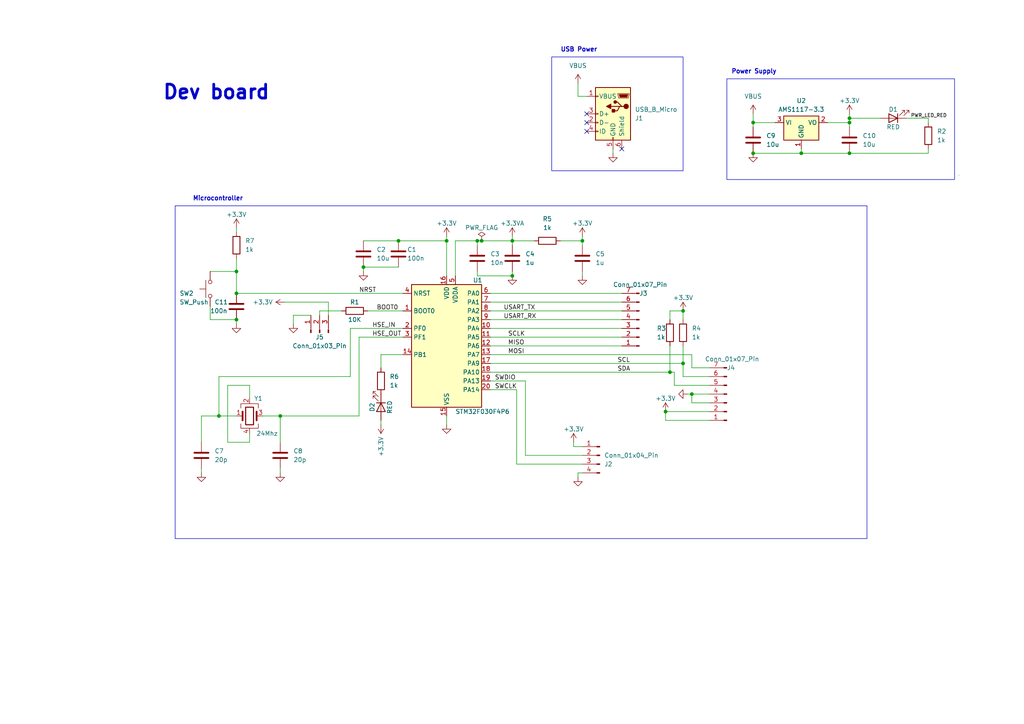
<source format=kicad_sch>
(kicad_sch (version 20230121) (generator eeschema)
  (paper "A4")
  (title_block (title "Dev board") (date "2024-02-27") (rev "0.1") (company "vijay vinayaraj"))
  (lib_symbols
    (symbol "Connector:Conn_01x03_Pin" (pin_names (offset 1.016) hide)
      (property "Reference" "J" (at 0 5.08 0))
      (property "Value" "Conn_01x03_Pin" (at 0 -5.08 0))
      (symbol "Conn_01x03_Pin_1_1"
        (polyline (pts (xy 1.27 -2.54) (xy 0.8636 -2.54)) (stroke (width 0.1524)))
        (polyline (pts (xy 1.27 0) (xy 0.8636 0)) (stroke (width 0.1524)))
        (polyline (pts (xy 1.27 2.54) (xy 0.8636 2.54)) (stroke (width 0.1524)))
        (rectangle (start 0.8636 -2.413) (end 0 -2.667) (stroke (width 0.1524)) (fill (type outline)))
        (rectangle (start 0.8636 0.127) (end 0 -0.127) (stroke (width 0.1524)) (fill (type outline)))
        (rectangle (start 0.8636 2.667) (end 0 2.413) (stroke (width 0.1524)) (fill (type outline)))
        (pin passive line (at 5.08 2.54 180) (length 3.81) (name "Pin_1") (number "1"))
        (pin passive line (at 5.08 0 180) (length 3.81) (name "Pin_2") (number "2"))
        (pin passive line (at 5.08 -2.54 180) (length 3.81) (name "Pin_3") (number "3"))
      )
    )
    (symbol "Connector:Conn_01x04_Pin" (pin_names (offset 1.016) hide)
      (property "Reference" "J" (at 0 5.08 0))
      (property "Value" "Conn_01x04_Pin" (at 0 -7.62 0))
      (symbol "Conn_01x04_Pin_1_1"
        (polyline (pts (xy 1.27 -5.08) (xy 0.8636 -5.08)) (stroke (width 0.1524)))
        (polyline (pts (xy 1.27 -2.54) (xy 0.8636 -2.54)) (stroke (width 0.1524)))
        (polyline (pts (xy 1.27 0) (xy 0.8636 0)) (stroke (width 0.1524)))
        (polyline (pts (xy 1.27 2.54) (xy 0.8636 2.54)) (stroke (width 0.1524)))
        (rectangle (start 0.8636 -4.953) (end 0 -5.207) (stroke (width 0.1524)) (fill (type outline)))
        (rectangle (start 0.8636 -2.413) (end 0 -2.667) (stroke (width 0.1524)) (fill (type outline)))
        (rectangle (start 0.8636 0.127) (end 0 -0.127) (stroke (width 0.1524)) (fill (type outline)))
        (rectangle (start 0.8636 2.667) (end 0 2.413) (stroke (width 0.1524)) (fill (type outline)))
        (pin passive line (at 5.08 2.54 180) (length 3.81) (name "Pin_1") (number "1"))
        (pin passive line (at 5.08 0 180) (length 3.81) (name "Pin_2") (number "2"))
        (pin passive line (at 5.08 -2.54 180) (length 3.81) (name "Pin_3") (number "3"))
        (pin passive line (at 5.08 -5.08 180) (length 3.81) (name "Pin_4") (number "4"))
      )
    )
    (symbol "Connector:Conn_01x07_Pin" (pin_names (offset 1.016) hide)
      (property "Reference" "J" (at 0 10.16 0))
      (property "Value" "Conn_01x07_Pin" (at 0 -10.16 0))
      (symbol "Conn_01x07_Pin_1_1"
        (polyline (pts (xy 1.27 -7.62) (xy 0.8636 -7.62)) (stroke (width 0.1524)))
        (polyline (pts (xy 1.27 -5.08) (xy 0.8636 -5.08)) (stroke (width 0.1524)))
        (polyline (pts (xy 1.27 -2.54) (xy 0.8636 -2.54)) (stroke (width 0.1524)))
        (polyline (pts (xy 1.27 0) (xy 0.8636 0)) (stroke (width 0.1524)))
        (polyline (pts (xy 1.27 2.54) (xy 0.8636 2.54)) (stroke (width 0.1524)))
        (polyline (pts (xy 1.27 5.08) (xy 0.8636 5.08)) (stroke (width 0.1524)))
        (polyline (pts (xy 1.27 7.62) (xy 0.8636 7.62)) (stroke (width 0.1524)))
        (rectangle (start 0.8636 -7.493) (end 0 -7.747) (stroke (width 0.1524)) (fill (type outline)))
        (rectangle (start 0.8636 -4.953) (end 0 -5.207) (stroke (width 0.1524)) (fill (type outline)))
        (rectangle (start 0.8636 -2.413) (end 0 -2.667) (stroke (width 0.1524)) (fill (type outline)))
        (rectangle (start 0.8636 0.127) (end 0 -0.127) (stroke (width 0.1524)) (fill (type outline)))
        (rectangle (start 0.8636 2.667) (end 0 2.413) (stroke (width 0.1524)) (fill (type outline)))
        (rectangle (start 0.8636 5.207) (end 0 4.953) (stroke (width 0.1524)) (fill (type outline)))
        (rectangle (start 0.8636 7.747) (end 0 7.493) (stroke (width 0.1524)) (fill (type outline)))
        (pin passive line (at 5.08 7.62 180) (length 3.81) (name "Pin_1") (number "1"))
        (pin passive line (at 5.08 5.08 180) (length 3.81) (name "Pin_2") (number "2"))
        (pin passive line (at 5.08 2.54 180) (length 3.81) (name "Pin_3") (number "3"))
        (pin passive line (at 5.08 0 180) (length 3.81) (name "Pin_4") (number "4"))
        (pin passive line (at 5.08 -2.54 180) (length 3.81) (name "Pin_5") (number "5"))
        (pin passive line (at 5.08 -5.08 180) (length 3.81) (name "Pin_6") (number "6"))
        (pin passive line (at 5.08 -7.62 180) (length 3.81) (name "Pin_7") (number "7"))
      )
    )
    (symbol "Connector:USB_B_Micro" (pin_names (offset 1.016))
      (property "Reference" "J" (at -5.08 11.43 0))
      (property "Value" "USB_B_Micro" (at -5.08 8.89 0))
      (symbol "USB_B_Micro_0_1"
        (rectangle (start -5.08 -7.62) (end 5.08 7.62) (stroke (width 0.254)) (fill (type background)))
        (circle (center -3.81 2.159) (radius 0.635) (stroke (width 0.254)) (fill (type outline)))
        (circle (center -0.635 3.429) (radius 0.381) (stroke (width 0.254)) (fill (type outline)))
        (rectangle (start -0.127 -7.62) (end 0.127 -6.858))
        (polyline (pts (xy -1.905 2.159) (xy 0.635 2.159)) (stroke (width 0.254)))
        (polyline (pts (xy -3.175 2.159) (xy -2.54 2.159) (xy -1.27 3.429) (xy -0.635 3.429)) (stroke (width 0.254)))
        (polyline (pts (xy -2.54 2.159) (xy -1.905 2.159) (xy -1.27 0.889) (xy 0 0.889)) (stroke (width 0.254)))
        (polyline (pts (xy 0.635 2.794) (xy 0.635 1.524) (xy 1.905 2.159) (xy 0.635 2.794)) (stroke (width 0.254)) (fill (type outline)))
        (polyline (pts (xy -4.318 5.588) (xy -1.778 5.588) (xy -2.032 4.826) (xy -4.064 4.826) (xy -4.318 5.588)) (fill (type outline)))
        (polyline (pts (xy -4.699 5.842) (xy -4.699 5.588) (xy -4.445 4.826) (xy -4.445 4.572) (xy -1.651 4.572) (xy -1.651 4.826) (xy -1.397 5.588) (xy -1.397 5.842) (xy -4.699 5.842)))
        (rectangle (start 0.254 1.27) (end -0.508 0.508) (stroke (width 0.254)) (fill (type outline)))
        (rectangle (start 5.08 -5.207) (end 4.318 -4.953))
        (rectangle (start 5.08 -2.667) (end 4.318 -2.413))
        (rectangle (start 5.08 -0.127) (end 4.318 0.127))
        (rectangle (start 5.08 4.953) (end 4.318 5.207))
      )
      (symbol "USB_B_Micro_1_1"
        (pin power_out line (at 7.62 5.08 180) (length 2.54) (name "VBUS") (number "1"))
        (pin bidirectional line (at 7.62 -2.54 180) (length 2.54) (name "D-") (number "2"))
        (pin bidirectional line (at 7.62 0 180) (length 2.54) (name "D+") (number "3"))
        (pin passive line (at 7.62 -5.08 180) (length 2.54) (name "ID") (number "4"))
        (pin power_out line (at 0 -10.16 90) (length 2.54) (name "GND") (number "5"))
        (pin passive line (at -2.54 -10.16 90) (length 2.54) (name "Shield") (number "6"))
      )
    )
    (symbol "Device:C" (pin_numbers hide) (pin_names (offset 0.254))
      (property "Reference" "C" (at 0.635 2.54 0))
      (property "Value" "C" (at 0.635 -2.54 0))
      (symbol "C_0_1"
        (polyline (pts (xy -2.032 -0.762) (xy 2.032 -0.762)) (stroke (width 0.508)))
        (polyline (pts (xy -2.032 0.762) (xy 2.032 0.762)) (stroke (width 0.508)))
      )
      (symbol "C_1_1"
        (pin passive line (at 0 3.81 270) (length 2.794) (name "~") (number "1"))
        (pin passive line (at 0 -3.81 90) (length 2.794) (name "~") (number "2"))
      )
    )
    (symbol "Device:Crystal_GND24" (pin_names (offset 1.016) hide)
      (property "Reference" "Y" (at 3.175 5.08 0))
      (property "Value" "Crystal_GND24" (at 3.175 3.175 0))
      (symbol "Crystal_GND24_0_1"
        (rectangle (start -1.143 2.54) (end 1.143 -2.54) (stroke (width 0.3048)))
        (polyline (pts (xy -2.54 0) (xy -2.032 0)))
        (polyline (pts (xy -2.032 -1.27) (xy -2.032 1.27)) (stroke (width 0.508)))
        (polyline (pts (xy 0 -3.81) (xy 0 -3.556)))
        (polyline (pts (xy 0 3.556) (xy 0 3.81)))
        (polyline (pts (xy 2.032 -1.27) (xy 2.032 1.27)) (stroke (width 0.508)))
        (polyline (pts (xy 2.032 0) (xy 2.54 0)))
        (polyline (pts (xy -2.54 -2.286) (xy -2.54 -3.556) (xy 2.54 -3.556) (xy 2.54 -2.286)))
        (polyline (pts (xy -2.54 2.286) (xy -2.54 3.556) (xy 2.54 3.556) (xy 2.54 2.286)))
      )
      (symbol "Crystal_GND24_1_1"
        (pin passive line (at -3.81 0 0) (length 1.27) (name "1") (number "1"))
        (pin passive line (at 0 5.08 270) (length 1.27) (name "2") (number "2"))
        (pin passive line (at 3.81 0 180) (length 1.27) (name "3") (number "3"))
        (pin passive line (at 0 -5.08 90) (length 1.27) (name "4") (number "4"))
      )
    )
    (symbol "Device:LED" (pin_numbers hide) (pin_names (offset 1.016) hide)
      (property "Reference" "D" (at 0 2.54 0))
      (property "Value" "LED" (at 0 -2.54 0))
      (symbol "LED_0_1"
        (polyline (pts (xy -1.27 -1.27) (xy -1.27 1.27)) (stroke (width 0.254)))
        (polyline (pts (xy -1.27 0) (xy 1.27 0)))
        (polyline (pts (xy 1.27 -1.27) (xy 1.27 1.27) (xy -1.27 0) (xy 1.27 -1.27)) (stroke (width 0.254)))
        (polyline (pts (xy -3.048 -0.762) (xy -4.572 -2.286) (xy -3.81 -2.286) (xy -4.572 -2.286) (xy -4.572 -1.524)))
        (polyline (pts (xy -1.778 -0.762) (xy -3.302 -2.286) (xy -2.54 -2.286) (xy -3.302 -2.286) (xy -3.302 -1.524)))
      )
      (symbol "LED_1_1"
        (pin passive line (at -3.81 0 0) (length 2.54) (name "K") (number "1"))
        (pin passive line (at 3.81 0 180) (length 2.54) (name "A") (number "2"))
      )
    )
    (symbol "Device:R" (pin_numbers hide) (pin_names (offset 0))
      (property "Reference" "R" (at 2.032 0 90))
      (property "Value" "R" (at 0 0 90))
      (symbol "R_0_1"
        (rectangle (start -1.016 -2.54) (end 1.016 2.54) (stroke (width 0.254)))
      )
      (symbol "R_1_1"
        (pin passive line (at 0 3.81 270) (length 1.27) (name "~") (number "1"))
        (pin passive line (at 0 -3.81 90) (length 1.27) (name "~") (number "2"))
      )
    )
    (symbol "MCU_ST_STM32F0:STM32F030F4Px"
      (property "Reference" "U" (at -10.16 19.05 0))
      (property "Value" "STM32F030F4Px" (at 5.08 19.05 0))
      (symbol "STM32F030F4Px_0_1"
        (rectangle (start -10.16 -17.78) (end 10.16 17.78) (stroke (width 0.254)) (fill (type background)))
      )
      (symbol "STM32F030F4Px_1_1"
        (pin input line (at -12.7 10.16 0) (length 2.54) (name "BOOT0") (number "1"))
        (pin bidirectional line (at 12.7 5.08 180) (length 2.54) (name "PA4") (number "10"))
        (pin bidirectional line (at 12.7 2.54 180) (length 2.54) (name "PA5") (number "11"))
        (pin bidirectional line (at 12.7 0 180) (length 2.54) (name "PA6") (number "12"))
        (pin bidirectional line (at 12.7 -2.54 180) (length 2.54) (name "PA7") (number "13"))
        (pin bidirectional line (at -12.7 -2.54 0) (length 2.54) (name "PB1") (number "14"))
        (pin power_in line (at 0 -20.32 90) (length 2.54) (name "VSS") (number "15"))
        (pin power_in line (at 0 20.32 270) (length 2.54) (name "VDD") (number "16"))
        (pin bidirectional line (at 12.7 -5.08 180) (length 2.54) (name "PA9") (number "17"))
        (pin bidirectional line (at 12.7 -7.62 180) (length 2.54) (name "PA10") (number "18"))
        (pin bidirectional line (at 12.7 -10.16 180) (length 2.54) (name "PA13") (number "19"))
        (pin bidirectional line (at -12.7 5.08 0) (length 2.54) (name "PF0") (number "2"))
        (pin bidirectional line (at 12.7 -12.7 180) (length 2.54) (name "PA14") (number "20"))
        (pin bidirectional line (at -12.7 2.54 0) (length 2.54) (name "PF1") (number "3"))
        (pin input line (at -12.7 15.24 0) (length 2.54) (name "NRST") (number "4"))
        (pin power_in line (at 2.54 20.32 270) (length 2.54) (name "VDDA") (number "5"))
        (pin bidirectional line (at 12.7 15.24 180) (length 2.54) (name "PA0") (number "6"))
        (pin bidirectional line (at 12.7 12.7 180) (length 2.54) (name "PA1") (number "7"))
        (pin bidirectional line (at 12.7 10.16 180) (length 2.54) (name "PA2") (number "8"))
        (pin bidirectional line (at 12.7 7.62 180) (length 2.54) (name "PA3") (number "9"))
      )
    )
    (symbol "Regulator_Linear:AMS1117-3.3"
      (property "Reference" "U" (at -3.81 3.175 0))
      (property "Value" "AMS1117-3.3" (at 0 3.175 0))
      (symbol "AMS1117-3.3_0_1"
        (rectangle (start -5.08 -5.08) (end 5.08 1.905) (stroke (width 0.254)) (fill (type background)))
      )
      (symbol "AMS1117-3.3_1_1"
        (pin power_in line (at 0 -7.62 90) (length 2.54) (name "GND") (number "1"))
        (pin power_out line (at 7.62 0 180) (length 2.54) (name "VO") (number "2"))
        (pin power_in line (at -7.62 0 0) (length 2.54) (name "VI") (number "3"))
      )
    )
    (symbol "Switch:SW_Push" (pin_numbers hide) (pin_names (offset 1.016) hide)
      (property "Reference" "SW" (at 1.27 2.54 0))
      (property "Value" "SW_Push" (at 0 -1.524 0))
      (symbol "SW_Push_0_1"
        (circle (center -2.032 0) (radius 0.508))
        (polyline (pts (xy 0 1.27) (xy 0 3.048)))
        (polyline (pts (xy 2.54 1.27) (xy -2.54 1.27)))
        (circle (center 2.032 0) (radius 0.508))
        (pin passive line (at -5.08 0 0) (length 2.54) (name "1") (number "1"))
        (pin passive line (at 5.08 0 180) (length 2.54) (name "2") (number "2"))
      )
    )
    (symbol "power:+3.3V" (power) (pin_names (offset 0))
      (property "Value" "+3.3V" (at 0 3.556 0))
      (symbol "+3.3V_0_1"
        (polyline (pts (xy -0.762 1.27) (xy 0 2.54)))
        (polyline (pts (xy 0 0) (xy 0 2.54)))
        (polyline (pts (xy 0 2.54) (xy 0.762 1.27)))
      )
      (symbol "+3.3V_1_1"
        (pin power_in line (at 0 0 90) (length 0) hide (name "+3.3V") (number "1"))
      )
    )
    (symbol "power:+3.3VA" (power) (pin_names (offset 0))
      (property "Value" "+3.3VA" (at 0 3.556 0))
      (symbol "+3.3VA_0_1"
        (polyline (pts (xy -0.762 1.27) (xy 0 2.54)))
        (polyline (pts (xy 0 0) (xy 0 2.54)))
        (polyline (pts (xy 0 2.54) (xy 0.762 1.27)))
      )
      (symbol "+3.3VA_1_1"
        (pin power_in line (at 0 0 90) (length 0) hide (name "+3.3VA") (number "1"))
      )
    )
    (symbol "power:GND" (power) (pin_names (offset 0))
      (property "Value" "GND" (at 0 -3.81 0))
      (symbol "GND_0_1"
        (polyline (pts (xy 0 0) (xy 0 -1.27) (xy 1.27 -1.27) (xy 0 -2.54) (xy -1.27 -1.27) (xy 0 -1.27)))
      )
      (symbol "GND_1_1"
        (pin power_in line (at 0 0 270) (length 0) hide (name "GND") (number "1"))
      )
    )
    (symbol "power:PWR_FLAG" (power) (pin_numbers hide) (pin_names (offset 0) hide)
      (property "Value" "PWR_FLAG" (at 0 3.81 0))
      (symbol "PWR_FLAG_0_0"
        (pin power_out line (at 0 0 90) (length 0) (name "pwr") (number "1"))
      )
      (symbol "PWR_FLAG_0_1"
        (polyline (pts (xy 0 0) (xy 0 1.27) (xy -1.016 1.905) (xy 0 2.54) (xy 1.016 1.905) (xy 0 1.27)))
      )
    )
    (symbol "power:VBUS" (power) (pin_names (offset 0))
      (property "Value" "VBUS" (at 0 3.81 0))
      (symbol "VBUS_0_1"
        (polyline (pts (xy -0.762 1.27) (xy 0 2.54)))
        (polyline (pts (xy 0 0) (xy 0 2.54)))
        (polyline (pts (xy 0 2.54) (xy 0.762 1.27)))
      )
      (symbol "VBUS_1_1"
        (pin power_in line (at 0 0 90) (length 0) hide (name "VBUS") (number "1"))
      )
    )
  )
  (junction (at 200.66 114.3))
  (junction (at 198.12 105.41))
  (junction (at 138.43 69.85))
  (junction (at 232.41 44.45))
  (junction (at 168.91 69.85))
  (junction (at 129.54 69.85))
  (junction (at 68.58 78.74))
  (junction (at 148.59 80.01))
  (junction (at 148.59 69.85))
  (junction (at 68.58 85.09))
  (junction (at 198.12 90.17))
  (junction (at 246.38 34.29))
  (junction (at 68.58 92.71))
  (junction (at 115.57 69.85))
  (junction (at 63.5 120.65))
  (junction (at 81.28 120.65))
  (junction (at 246.38 35.56))
  (junction (at 194.31 107.95))
  (junction (at 218.44 35.56))
  (junction (at 139.7 69.85))
  (junction (at 105.41 77.47))
  (junction (at 218.44 44.45))
  (junction (at 193.04 119.38))
  (junction (at 246.38 44.45))
  (no_connect (at 170.18 35.56))
  (no_connect (at 170.18 33.02))
  (no_connect (at 180.34 43.18))
  (no_connect (at 170.18 38.1))
  (wire (pts (xy 194.31 92.71) (xy 194.31 90.17)))
  (wire (pts (xy 167.64 27.94) (xy 170.18 27.94)))
  (wire (pts (xy 110.49 102.87) (xy 116.84 102.87)))
  (wire (pts (xy 198.12 109.22) (xy 205.74 109.22)))
  (wire (pts (xy 232.41 44.45) (xy 246.38 44.45)))
  (wire (pts (xy 200.66 114.3) (xy 205.74 114.3)))
  (wire (pts (xy 66.04 111.76) (xy 66.04 128.27)))
  (wire (pts (xy 72.39 128.27) (xy 72.39 125.73)))
  (wire (pts (xy 81.28 135.89) (xy 81.28 137.16)))
  (wire (pts (xy 68.58 66.04) (xy 68.58 67.31)))
  (wire (pts (xy 142.24 87.63) (xy 180.34 87.63)))
  (wire (pts (xy 105.41 77.47) (xy 115.57 77.47)))
  (wire (pts (xy 200.66 116.84) (xy 205.74 116.84)))
  (wire (pts (xy 218.44 36.83) (xy 218.44 35.56)))
  (wire (pts (xy 194.31 107.95) (xy 195.58 107.95)))
  (wire (pts (xy 63.5 109.22) (xy 63.5 120.65)))
  (wire (pts (xy 66.04 111.76) (xy 72.39 111.76)))
  (wire (pts (xy 246.38 34.29) (xy 246.38 35.56)))
  (wire (pts (xy 148.59 69.85) (xy 154.94 69.85)))
  (wire (pts (xy 129.54 120.65) (xy 129.54 123.19)))
  (wire (pts (xy 115.57 69.85) (xy 129.54 69.85)))
  (wire (pts (xy 199.39 114.3) (xy 200.66 114.3)))
  (wire (pts (xy 193.04 121.92) (xy 205.74 121.92)))
  (wire (pts (xy 218.44 33.02) (xy 218.44 35.56)))
  (wire (pts (xy 167.64 137.16) (xy 167.64 138.43)))
  (wire (pts (xy 148.59 80.01) (xy 138.43 80.01)))
  (wire (pts (xy 195.58 107.95) (xy 195.58 111.76)))
  (wire (pts (xy 166.37 128.27) (xy 166.37 129.54)))
  (wire (pts (xy 68.58 74.93) (xy 68.58 78.74)))
  (wire (pts (xy 101.6 109.22) (xy 63.5 109.22)))
  (wire (pts (xy 198.12 90.17) (xy 198.12 92.71)))
  (wire (pts (xy 262.89 34.29) (xy 269.24 34.29)))
  (wire (pts (xy 106.68 90.17) (xy 116.84 90.17)))
  (wire (pts (xy 110.49 121.92) (xy 110.49 123.19)))
  (wire (pts (xy 81.28 120.65) (xy 81.28 128.27)))
  (wire (pts (xy 142.24 90.17) (xy 180.34 90.17)))
  (wire (pts (xy 68.58 92.71) (xy 68.58 93.98)))
  (wire (pts (xy 60.96 78.74) (xy 68.58 78.74)))
  (wire (pts (xy 63.5 120.65) (xy 68.58 120.65)))
  (wire (pts (xy 246.38 33.02) (xy 246.38 34.29)))
  (wire (pts (xy 142.24 110.49) (xy 152.4 110.49)))
  (wire (pts (xy 132.08 69.85) (xy 138.43 69.85)))
  (wire (pts (xy 269.24 34.29) (xy 269.24 35.56)))
  (wire (pts (xy 149.86 113.03) (xy 149.86 134.62)))
  (wire (pts (xy 194.31 90.17) (xy 198.12 90.17)))
  (wire (pts (xy 166.37 129.54) (xy 168.91 129.54)))
  (wire (pts (xy 138.43 78.74) (xy 138.43 80.01)))
  (wire (pts (xy 142.24 102.87) (xy 200.66 102.87)))
  (wire (pts (xy 72.39 111.76) (xy 72.39 115.57)))
  (wire (pts (xy 104.14 97.79) (xy 116.84 97.79)))
  (wire (pts (xy 85.09 91.44) (xy 90.17 91.44)))
  (wire (pts (xy 149.86 134.62) (xy 168.91 134.62)))
  (wire (pts (xy 82.55 87.63) (xy 95.25 87.63)))
  (wire (pts (xy 246.38 34.29) (xy 255.27 34.29)))
  (wire (pts (xy 129.54 68.58) (xy 129.54 69.85)))
  (wire (pts (xy 168.91 69.85) (xy 168.91 71.12)))
  (wire (pts (xy 198.12 100.33) (xy 198.12 105.41)))
  (wire (pts (xy 232.41 43.18) (xy 232.41 44.45)))
  (wire (pts (xy 139.7 69.85) (xy 148.59 69.85)))
  (wire (pts (xy 177.8 43.18) (xy 177.8 44.45)))
  (wire (pts (xy 148.59 68.58) (xy 148.59 69.85)))
  (wire (pts (xy 58.42 135.89) (xy 58.42 137.16)))
  (wire (pts (xy 110.49 106.68) (xy 110.49 102.87)))
  (wire (pts (xy 105.41 69.85) (xy 115.57 69.85)))
  (wire (pts (xy 168.91 68.58) (xy 168.91 69.85)))
  (wire (pts (xy 168.91 137.16) (xy 167.64 137.16)))
  (wire (pts (xy 76.2 120.65) (xy 81.28 120.65)))
  (wire (pts (xy 246.38 35.56) (xy 246.38 36.83)))
  (wire (pts (xy 218.44 35.56) (xy 224.79 35.56)))
  (wire (pts (xy 95.25 87.63) (xy 95.25 91.44)))
  (wire (pts (xy 60.96 88.9) (xy 60.96 92.71)))
  (wire (pts (xy 142.24 107.95) (xy 194.31 107.95)))
  (wire (pts (xy 152.4 132.08) (xy 168.91 132.08)))
  (wire (pts (xy 60.96 92.71) (xy 68.58 92.71)))
  (wire (pts (xy 101.6 95.25) (xy 116.84 95.25)))
  (wire (pts (xy 198.12 105.41) (xy 198.12 109.22)))
  (wire (pts (xy 142.24 97.79) (xy 180.34 97.79)))
  (wire (pts (xy 142.24 92.71) (xy 180.34 92.71)))
  (wire (pts (xy 162.56 69.85) (xy 168.91 69.85)))
  (wire (pts (xy 148.59 69.85) (xy 148.59 71.12)))
  (wire (pts (xy 68.58 85.09) (xy 116.84 85.09)))
  (wire (pts (xy 105.41 77.47) (xy 105.41 78.74)))
  (wire (pts (xy 81.28 120.65) (xy 104.14 120.65)))
  (wire (pts (xy 193.04 119.38) (xy 205.74 119.38)))
  (wire (pts (xy 138.43 69.85) (xy 139.7 69.85)))
  (wire (pts (xy 240.03 35.56) (xy 246.38 35.56)))
  (wire (pts (xy 152.4 110.49) (xy 152.4 132.08)))
  (wire (pts (xy 101.6 95.25) (xy 101.6 109.22)))
  (wire (pts (xy 168.91 78.74) (xy 168.91 80.01)))
  (wire (pts (xy 129.54 69.85) (xy 129.54 80.01)))
  (wire (pts (xy 218.44 44.45) (xy 232.41 44.45)))
  (wire (pts (xy 194.31 100.33) (xy 194.31 107.95)))
  (wire (pts (xy 269.24 44.45) (xy 246.38 44.45)))
  (wire (pts (xy 148.59 78.74) (xy 148.59 80.01)))
  (wire (pts (xy 269.24 43.18) (xy 269.24 44.45)))
  (wire (pts (xy 138.43 71.12) (xy 138.43 69.85)))
  (wire (pts (xy 142.24 113.03) (xy 149.86 113.03)))
  (wire (pts (xy 195.58 111.76) (xy 205.74 111.76)))
  (wire (pts (xy 142.24 85.09) (xy 180.34 85.09)))
  (wire (pts (xy 200.66 106.68) (xy 205.74 106.68)))
  (wire (pts (xy 85.09 91.44) (xy 85.09 93.98)))
  (wire (pts (xy 63.5 120.65) (xy 58.42 120.65)))
  (wire (pts (xy 68.58 78.74) (xy 68.58 85.09)))
  (wire (pts (xy 193.04 119.38) (xy 193.04 121.92)))
  (wire (pts (xy 167.64 24.13) (xy 167.64 27.94)))
  (wire (pts (xy 132.08 69.85) (xy 132.08 80.01)))
  (wire (pts (xy 142.24 105.41) (xy 198.12 105.41)))
  (wire (pts (xy 142.24 95.25) (xy 180.34 95.25)))
  (wire (pts (xy 66.04 128.27) (xy 72.39 128.27)))
  (wire (pts (xy 142.24 100.33) (xy 180.34 100.33)))
  (wire (pts (xy 92.71 90.17) (xy 99.06 90.17)))
  (wire (pts (xy 200.66 114.3) (xy 200.66 116.84)))
  (wire (pts (xy 58.42 120.65) (xy 58.42 128.27)))
  (wire (pts (xy 200.66 102.87) (xy 200.66 106.68)))
  (wire (pts (xy 92.71 90.17) (xy 92.71 91.44)))
  (wire (pts (xy 104.14 120.65) (xy 104.14 97.79)))
  (rectangle (start 160.02 16.51) (end 198.12 49.53))
  (rectangle (start 210.82 22.86) (end 276.86 52.07))
  (rectangle (start 50.8 59.69) (end 251.46 156.21))
  (rectangle (start 278.13 50.8) (end 278.13 50.8))
  (text "USB Power" (at 162.56 15.24 0) (effects (font (size 1.27 1.27) bold) (justify left bottom)))
  (text "Power Supply" (at 212.09 21.59 0) (effects (font (size 1.27 1.27) (thickness 0.254) bold) (justify left bottom)))
  (text "Microcontroller " (at 55.88 58.42 0) (effects (font (size 1.27 1.27) bold) (justify left bottom)))
  (text "Dev board " (at 46.99 29.21 0) (effects (font (size 4 4) bold) (justify left bottom)))
  (label "HSE_IN" (at 107.95 95.25 0))
  (label "PWR_LED_RED" (at 264.16 34.29 0) (effects (font (size 1 1))))
  (label "NRST" (at 104.14 85.09 0))
  (label "BOOT0" (at 109.22 90.17 0))
  (label "SWDIO" (at 143.51 110.49 0))
  (label "MISO" (at 147.32 100.33 0))
  (label "SWCLK" (at 143.51 113.03 0))
  (label "SCLK" (at 147.32 97.79 0))
  (label "MOSI" (at 147.32 102.87 0))
  (label "HSE_OUT" (at 107.95 97.79 0))
  (label "SDA" (at 179.07 107.95 0))
  (label "USART_RX" (at 146.05 92.71 0))
  (label "SCL" (at 179.07 105.41 0))
  (label "USART_TX" (at 146.05 90.17 0))
  (symbol (lib_id "Device:R") (at 198.12 96.52 0) (unit 1)
    (property "Reference" "R4" (at 200.66 95.25 0) (effects (justify left)))
    (property "Value" "1k" (at 200.66 97.79 0) (effects (justify left)))
    (property "Footprint" "Resistor_SMD:R_0603_1608Metric" (effects hide))
  )
  (symbol (lib_id "power:GND") (at 199.39 114.3 270) (unit 1)
    (property "Reference" "#PWR021" (effects hide))
    (property "Value" "GND" (effects hide))
  )
  (symbol (lib_id "power:GND") (at 148.59 80.01 0) (unit 1)
    (property "Reference" "#PWR04" (effects hide))
    (property "Value" "GND" (effects hide))
  )
  (symbol (lib_id "Device:R") (at 158.75 69.85 90) (unit 1)
    (property "Reference" "R5" (at 158.75 63.5 90))
    (property "Value" "1k" (at 158.75 66.04 90))
    (property "Footprint" "Resistor_SMD:R_0603_1608Metric" (effects hide))
  )
  (symbol (lib_id "Device:LED") (at 110.49 118.11 270) (unit 1)
    (property "Reference" "D2" (at 107.95 118.11 0))
    (property "Value" "RED" (at 113.03 118.11 0))
    (property "Footprint" "LED_SMD:LED_0603_1608Metric" (effects hide))
  )
  (symbol (lib_id "Device:R") (at 102.87 90.17 90) (unit 1)
    (property "Reference" "R1" (at 102.87 87.63 90))
    (property "Value" "10K" (at 102.87 92.71 90))
    (property "Footprint" "Resistor_SMD:R_0603_1608Metric" (effects hide))
  )
  (symbol (lib_id "Connector:Conn_01x07_Pin") (at 210.82 114.3 180) (unit 1)
    (property "Reference" "J4" (at 210.82 106.68 0) (effects (justify right)))
    (property "Value" "Conn_01x07_Pin" (at 204.47 104.14 0) (effects (justify right)))
    (property "Footprint" "Connector_PinHeader_2.54mm:PinHeader_1x07_P2.54mm_Vertical" (effects hide))
  )
  (symbol (lib_id "power:GND") (at 105.41 78.74 0) (unit 1)
    (property "Reference" "#PWR03" (effects hide))
    (property "Value" "GND" (effects hide))
  )
  (symbol (lib_id "Regulator_Linear:AMS1117-3.3") (at 232.41 35.56 0) (unit 1)
    (property "Reference" "U2" (at 232.41 29.21 0))
    (property "Value" "AMS1117-3.3" (at 232.41 31.75 0))
    (property "Footprint" "Package_TO_SOT_SMD:SOT-223-3_TabPin2" (effects hide))
    (property "Datasheet" "http://www.advanced-monolithic.com/pdf/ds1117.pdf" (effects hide))
  )
  (symbol (lib_id "Device:C") (at 148.59 74.93 0) (unit 1)
    (property "Reference" "C4" (at 152.4 73.66 0) (effects (justify left)))
    (property "Value" "1u" (at 152.4 76.2 0) (effects (justify left)))
    (property "Footprint" "Capacitor_SMD:C_0603_1608Metric" (effects hide))
  )
  (symbol (lib_id "power:+3.3VA") (at 148.59 68.58 0) (unit 1)
    (property "Reference" "#PWR05" (effects hide))
    (property "Value" "+3.3VA" (at 148.59 64.77 0))
  )
  (symbol (lib_id "power:GND") (at 129.54 123.19 0) (unit 1)
    (property "Reference" "#PWR01" (effects hide))
    (property "Value" "GND" (effects hide))
  )
  (symbol (lib_id "power:PWR_FLAG") (at 139.7 69.85 0) (unit 1)
    (property "Reference" "#FLG01" (effects hide))
    (property "Value" "PWR_FLAG" (at 139.7 66.04 0))
  )
  (symbol (lib_id "power:VBUS") (at 167.64 24.13 0) (unit 1)
    (property "Reference" "#PWR016" (effects hide))
    (property "Value" "VBUS" (at 167.64 19.05 0))
  )
  (symbol (lib_id "Connector:USB_B_Micro") (at 177.8 33.02 0) (mirror y) (unit 1)
    (property "Reference" "J1" (at 184.15 34.29 0) (effects (justify right)))
    (property "Value" "USB_B_Micro" (at 184.15 31.75 0) (effects (justify right)))
    (property "Footprint" "Connector_USB:USB_Micro-B_Wuerth_629105150521" (effects hide))
  )
  (symbol (lib_id "Device:C") (at 81.28 132.08 0) (unit 1)
    (property "Reference" "C8" (at 85.09 130.81 0) (effects (justify left)))
    (property "Value" "20p" (at 85.09 133.35 0) (effects (justify left)))
    (property "Footprint" "Capacitor_SMD:C_0603_1608Metric" (effects hide))
  )
  (symbol (lib_id "Device:C") (at 138.43 74.93 0) (unit 1)
    (property "Reference" "C3" (at 142.24 73.66 0) (effects (justify left)))
    (property "Value" "10n" (at 142.24 76.2 0) (effects (justify left)))
    (property "Footprint" "Capacitor_SMD:C_0603_1608Metric" (effects hide))
  )
  (symbol (lib_id "power:VBUS") (at 218.44 33.02 0) (unit 1)
    (property "Reference" "#PWR018" (effects hide))
    (property "Value" "VBUS" (at 218.44 27.94 0))
  )
  (symbol (lib_id "power:+3.3V") (at 82.55 87.63 90) (unit 1)
    (property "Reference" "#PWR09" (effects hide))
    (property "Value" "+3.3V" (at 76.2 87.63 90))
  )
  (symbol (lib_id "power:GND") (at 168.91 80.01 0) (unit 1)
    (property "Reference" "#PWR06" (effects hide))
    (property "Value" "GND" (effects hide))
  )
  (symbol (lib_id "power:GND") (at 177.8 44.45 0) (unit 1)
    (property "Reference" "#PWR015" (effects hide))
    (property "Value" "GND" (effects hide))
  )
  (symbol (lib_id "Connector:Conn_01x04_Pin") (at 173.99 132.08 0) (mirror y) (unit 1)
    (property "Reference" "J2" (at 175.26 134.62 0) (effects (justify right)))
    (property "Value" "Conn_01x04_Pin" (at 175.26 132.08 0) (effects (justify right)))
    (property "Footprint" "Connector_PinHeader_2.54mm:PinHeader_1x04_P2.54mm_Vertical" (effects hide))
  )
  (symbol (lib_id "power:+3.3V") (at 129.54 68.58 0) (unit 1)
    (property "Reference" "#PWR02" (effects hide))
    (property "Value" "+3.3V" (at 129.54 64.77 0))
  )
  (symbol (lib_id "Device:R") (at 269.24 39.37 0) (unit 1)
    (property "Reference" "R2" (at 271.78 38.1 0) (effects (justify left)))
    (property "Value" "1k" (at 271.78 40.64 0) (effects (justify left)))
    (property "Footprint" "Resistor_SMD:R_0603_1608Metric" (effects hide))
  )
  (symbol (lib_id "Device:C") (at 68.58 88.9 0) (unit 1)
    (property "Reference" "C11" (at 62.23 87.63 0) (effects (justify left)))
    (property "Value" "100n" (at 60.96 90.17 0) (effects (justify left)))
    (property "Footprint" "Capacitor_SMD:C_0805_2012Metric" (effects hide))
  )
  (symbol (lib_id "Device:R") (at 110.49 110.49 0) (unit 1)
    (property "Reference" "R6" (at 113.03 109.22 0) (effects (justify left)))
    (property "Value" "1k" (at 113.03 111.76 0) (effects (justify left)))
    (property "Footprint" "Resistor_SMD:R_0603_1608Metric" (effects hide))
  )
  (symbol (lib_id "Device:C") (at 115.57 73.66 0) (unit 1)
    (property "Reference" "C1" (at 118.11 72.39 0) (effects (justify left)))
    (property "Value" "100n" (at 118.11 74.93 0) (effects (justify left)))
    (property "Footprint" "Capacitor_SMD:C_0805_2012Metric" (effects hide))
  )
  (symbol (lib_id "Device:R") (at 194.31 96.52 0) (unit 1)
    (property "Reference" "R3" (at 190.5 95.25 0) (effects (justify left)))
    (property "Value" "1k" (at 190.5 97.79 0) (effects (justify left)))
    (property "Footprint" "Resistor_SMD:R_0603_1608Metric" (effects hide))
  )
  (symbol (lib_id "Connector:Conn_01x03_Pin") (at 92.71 96.52 90) (unit 1)
    (property "Reference" "J5" (at 92.71 97.79 90))
    (property "Value" "Conn_01x03_Pin" (at 92.71 100.33 90))
    (property "Footprint" "Connector_PinHeader_2.54mm:PinHeader_1x03_P2.54mm_Vertical" (effects hide))
  )
  (symbol (lib_id "MCU_ST_STM32F0:STM32F030F4Px") (at 129.54 100.33 0) (unit 1)
    (property "Reference" "U1" (at 137.16 81.28 0) (effects (justify left)))
    (property "Value" "STM32F030F4P6" (at 132.08 119.38 0) (effects (justify left)))
    (property "Footprint" "Package_SO:TSSOP-20_4.4x6.5mm_P0.65mm" (effects hide))
    (property "Datasheet" "https://www.st.com/resource/en/datasheet/stm32f030f4.pdf" (effects hide))
  )
  (symbol (lib_id "power:+3.3V") (at 246.38 33.02 0) (unit 1)
    (property "Reference" "#PWR019" (effects hide))
    (property "Value" "+3.3V" (at 246.38 29.21 0))
  )
  (symbol (lib_id "power:GND") (at 167.64 138.43 0) (unit 1)
    (property "Reference" "#PWR014" (effects hide))
    (property "Value" "GND" (effects hide))
  )
  (symbol (lib_id "power:+3.3V") (at 68.58 66.04 0) (unit 1)
    (property "Reference" "#PWR024" (effects hide))
    (property "Value" "+3.3V" (at 68.58 62.23 0))
  )
  (symbol (lib_id "power:+3.3V") (at 166.37 128.27 0) (unit 1)
    (property "Reference" "#PWR013" (effects hide))
    (property "Value" "+3.3V" (at 166.37 124.46 0))
  )
  (symbol (lib_id "power:+3.3V") (at 193.04 119.38 0) (unit 1)
    (property "Reference" "#PWR020" (effects hide))
    (property "Value" "+3.3V" (at 193.04 115.57 0))
  )
  (symbol (lib_id "power:+3.3V") (at 110.49 123.19 180) (unit 1)
    (property "Reference" "#PWR023" (effects hide))
    (property "Value" "+3.3V" (at 110.49 129.54 90))
  )
  (symbol (lib_id "power:GND") (at 85.09 93.98 0) (unit 1)
    (property "Reference" "#PWR08" (effects hide))
    (property "Value" "GND" (effects hide))
  )
  (symbol (lib_id "Device:LED") (at 259.08 34.29 180) (unit 1)
    (property "Reference" "D1" (at 259.08 31.75 0))
    (property "Value" "RED" (at 259.08 36.83 0))
    (property "Footprint" "LED_SMD:LED_0603_1608Metric" (effects hide))
  )
  (symbol (lib_id "Device:C") (at 246.38 40.64 0) (unit 1)
    (property "Reference" "C10" (at 250.19 39.37 0) (effects (justify left)))
    (property "Value" "10u" (at 250.19 41.91 0) (effects (justify left)))
    (property "Footprint" "Capacitor_SMD:C_0603_1608Metric" (effects hide))
  )
  (symbol (lib_id "power:GND") (at 218.44 44.45 0) (unit 1)
    (property "Reference" "#PWR017" (effects hide))
    (property "Value" "GND" (effects hide))
  )
  (symbol (lib_id "Device:C") (at 168.91 74.93 0) (unit 1)
    (property "Reference" "C5" (at 172.72 73.66 0) (effects (justify left)))
    (property "Value" "1u" (at 172.72 76.2 0) (effects (justify left)))
    (property "Footprint" "Capacitor_SMD:C_0603_1608Metric" (effects hide))
  )
  (symbol (lib_id "Switch:SW_Push") (at 60.96 83.82 90) (unit 1)
    (property "Reference" "SW2" (at 52.07 85.09 90) (effects (justify right)))
    (property "Value" "SW_Push" (at 52.07 87.63 90) (effects (justify right)))
    (property "Footprint" "Button_Switch_SMD:SW_SPST_PTS645" (effects hide))
  )
  (symbol (lib_id "power:+3.3V") (at 168.91 68.58 0) (unit 1)
    (property "Reference" "#PWR07" (effects hide))
    (property "Value" "+3.3V" (at 168.91 64.77 0))
  )
  (symbol (lib_id "Device:C") (at 218.44 40.64 0) (unit 1)
    (property "Reference" "C9" (at 222.25 39.37 0) (effects (justify left)))
    (property "Value" "10u" (at 222.25 41.91 0) (effects (justify left)))
    (property "Footprint" "Capacitor_SMD:C_0603_1608Metric" (effects hide))
  )
  (symbol (lib_id "power:GND") (at 68.58 93.98 0) (unit 1)
    (property "Reference" "#PWR010" (effects hide))
    (property "Value" "GND" (effects hide))
  )
  (symbol (lib_id "power:GND") (at 81.28 137.16 0) (unit 1)
    (property "Reference" "#PWR012" (effects hide))
    (property "Value" "GND" (effects hide))
  )
  (symbol (lib_id "Connector:Conn_01x07_Pin") (at 185.42 92.71 180) (unit 1)
    (property "Reference" "J3" (at 185.42 85.09 0) (effects (justify right)))
    (property "Value" "Conn_01x07_Pin" (at 177.8 82.55 0) (effects (justify right)))
    (property "Footprint" "Connector_PinHeader_2.54mm:PinHeader_1x07_P2.54mm_Vertical" (effects hide))
  )
  (symbol (lib_id "power:GND") (at 58.42 137.16 0) (unit 1)
    (property "Reference" "#PWR011" (effects hide))
    (property "Value" "GND" (effects hide))
  )
  (symbol (lib_id "Device:C") (at 105.41 73.66 0) (unit 1)
    (property "Reference" "C2" (at 109.22 72.39 0) (effects (justify left)))
    (property "Value" "10u" (at 109.22 74.93 0) (effects (justify left)))
    (property "Footprint" "Capacitor_SMD:C_0603_1608Metric" (effects hide))
  )
  (symbol (lib_id "Device:Crystal_GND24") (at 72.39 120.65 0) (unit 1)
    (property "Reference" "Y1" (at 74.93 115.57 0))
    (property "Value" "24Mhz" (at 77.47 125.73 0))
    (property "Footprint" "Crystal:Crystal_SMD_3225-4Pin_3.2x2.5mm" (effects hide))
  )
  (symbol (lib_id "power:+3.3V") (at 198.12 90.17 0) (unit 1)
    (property "Reference" "#PWR022" (effects hide))
    (property "Value" "+3.3V" (at 198.12 86.36 0))
  )
  (symbol (lib_id "Device:C") (at 58.42 132.08 0) (unit 1)
    (property "Reference" "C7" (at 62.23 130.81 0) (effects (justify left)))
    (property "Value" "20p" (at 62.23 133.35 0) (effects (justify left)))
    (property "Footprint" "Capacitor_SMD:C_0603_1608Metric" (effects hide))
  )
  (symbol (lib_id "Device:R") (at 68.58 71.12 0) (unit 1)
    (property "Reference" "R7" (at 71.12 69.85 0) (effects (justify left)))
    (property "Value" "1k" (at 71.12 72.39 0) (effects (justify left)))
    (property "Footprint" "Resistor_SMD:R_0603_1608Metric" (effects hide))
  )
)
</source>
